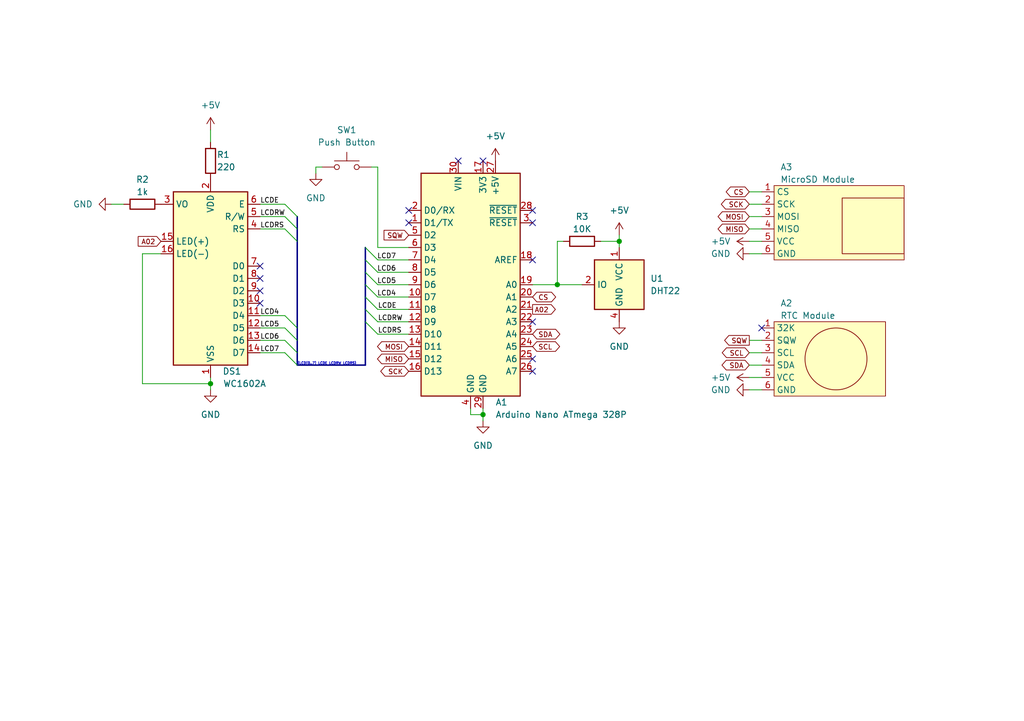
<source format=kicad_sch>
(kicad_sch (version 20230121) (generator eeschema)
  (paper "A5")
  (title_block (title "Arduino datalogger") (date "2023-10-20") (rev "0.1") (company "Lab. Biología de los Artrópodos - FaCENA - UNNE"))
  (lib_symbols
    (symbol "Custom_Modules:MicroSD_Module"
      (property "Reference" "A" (at 3.81 2.54 0))
      (property "Value" "MicroSD Module" (at 21.59 2.54 0))
      (symbol "MicroSD_Module_0_0"
        (pin bidirectional line (at 0 0 0) (length 2.54) (name "CS") (number "1"))
        (pin bidirectional line (at 0 -2.54 0) (length 2.54) (name "SCK") (number "2"))
        (pin bidirectional line (at 0 -5.08 0) (length 2.54) (name "MOSI") (number "3"))
        (pin bidirectional line (at 0 -7.62 0) (length 2.54) (name "MISO") (number "4"))
        (pin power_in line (at 0 -10.16 0) (length 2.54) (name "VCC") (number "5"))
        (pin power_in line (at 0 -12.7 0) (length 2.54) (name "GND") (number "6"))
      )
      (symbol "MicroSD_Module_0_1"
        (rectangle (start 16.51 -1.27) (end 29.21 -12.7))
      )
      (symbol "MicroSD_Module_1_1"
        (rectangle (start 2.54 1.27) (end 29.21 -13.97) (fill (type background)))
      )
    )
    (symbol "Custom_Modules:RTCDS3231"
      (property "Reference" "A" (at 3.81 2.54 0))
      (property "Value" "RTC Module" (at 19.05 2.54 0))
      (symbol "RTCDS3231_0_0"
        (pin output line (at 0 0 0) (length 2.54) (name "32K") (number "1"))
        (pin output line (at 0 -2.54 0) (length 2.54) (name "SQW") (number "2"))
        (pin bidirectional line (at 0 -5.08 0) (length 2.54) (name "SCL") (number "3"))
        (pin bidirectional line (at 0 -7.62 0) (length 2.54) (name "SDA") (number "4"))
        (pin power_in line (at 0 -10.16 0) (length 2.54) (name "VCC") (number "5"))
        (pin power_in line (at 0 -12.7 0) (length 2.54) (name "GND") (number "6"))
      )
      (symbol "RTCDS3231_0_1"
        (circle (center 15.24 -6.35) (radius 6.35))
      )
      (symbol "RTCDS3231_1_1"
        (rectangle (start 2.54 1.27) (end 25.4 -13.97) (fill (type background)))
      )
    )
    (symbol "Device:R" (pin_numbers hide) (pin_names (offset 0))
      (property "Reference" "R" (at 2.032 0 90))
      (property "Value" "R" (at 0 0 90))
      (symbol "R_0_1"
        (rectangle (start -1.016 -2.54) (end 1.016 2.54) (stroke (width 0.254)))
      )
      (symbol "R_1_1"
        (pin passive line (at 0 3.81 270) (length 1.27) (name "~") (number "1"))
        (pin passive line (at 0 -3.81 90) (length 1.27) (name "~") (number "2"))
      )
    )
    (symbol "Display_Character:WC1602A"
      (property "Reference" "DS" (at -5.842 19.05 0))
      (property "Value" "WC1602A" (at 5.334 19.05 0))
      (symbol "WC1602A_1_1"
        (rectangle (start -7.62 17.78) (end 7.62 -17.78) (stroke (width 0.254)) (fill (type background)))
        (pin power_in line (at 0 -20.32 90) (length 2.54) (name "VSS") (number "1"))
        (pin input line (at -10.16 -5.08 0) (length 2.54) (name "D3") (number "10"))
        (pin input line (at -10.16 -7.62 0) (length 2.54) (name "D4") (number "11"))
        (pin input line (at -10.16 -10.16 0) (length 2.54) (name "D5") (number "12"))
        (pin input line (at -10.16 -12.7 0) (length 2.54) (name "D6") (number "13"))
        (pin input line (at -10.16 -15.24 0) (length 2.54) (name "D7") (number "14"))
        (pin power_in line (at 10.16 7.62 180) (length 2.54) (name "LED(+)") (number "15"))
        (pin power_in line (at 10.16 5.08 180) (length 2.54) (name "LED(-)") (number "16"))
        (pin power_in line (at 0 20.32 270) (length 2.54) (name "VDD") (number "2"))
        (pin input line (at 10.16 15.24 180) (length 2.54) (name "VO") (number "3"))
        (pin input line (at -10.16 10.16 0) (length 2.54) (name "RS") (number "4"))
        (pin input line (at -10.16 12.7 0) (length 2.54) (name "R/W") (number "5"))
        (pin input line (at -10.16 15.24 0) (length 2.54) (name "E") (number "6"))
        (pin input line (at -10.16 2.54 0) (length 2.54) (name "D0") (number "7"))
        (pin input line (at -10.16 0 0) (length 2.54) (name "D1") (number "8"))
        (pin input line (at -10.16 -2.54 0) (length 2.54) (name "D2") (number "9"))
      )
    )
    (symbol "MCU_Module:Arduino_Nano_v3.x"
      (property "Reference" "A" (at -10.16 23.495 0))
      (property "Value" "Arduino_Nano_v3.x" (at 5.08 -24.13 0))
      (symbol "Arduino_Nano_v3.x_0_1"
        (rectangle (start -10.16 22.86) (end 10.16 -22.86) (stroke (width 0.254)) (fill (type background)))
      )
      (symbol "Arduino_Nano_v3.x_1_1"
        (pin bidirectional line (at -12.7 12.7 0) (length 2.54) (name "D1/TX") (number "1"))
        (pin bidirectional line (at -12.7 -2.54 0) (length 2.54) (name "D7") (number "10"))
        (pin bidirectional line (at -12.7 -5.08 0) (length 2.54) (name "D8") (number "11"))
        (pin bidirectional line (at -12.7 -7.62 0) (length 2.54) (name "D9") (number "12"))
        (pin bidirectional line (at -12.7 -10.16 0) (length 2.54) (name "D10") (number "13"))
        (pin bidirectional line (at -12.7 -12.7 0) (length 2.54) (name "D11") (number "14"))
        (pin bidirectional line (at -12.7 -15.24 0) (length 2.54) (name "D12") (number "15"))
        (pin bidirectional line (at -12.7 -17.78 0) (length 2.54) (name "D13") (number "16"))
        (pin power_out line (at 2.54 25.4 270) (length 2.54) (name "3V3") (number "17"))
        (pin input line (at 12.7 5.08 180) (length 2.54) (name "AREF") (number "18"))
        (pin bidirectional line (at 12.7 0 180) (length 2.54) (name "A0") (number "19"))
        (pin bidirectional line (at -12.7 15.24 0) (length 2.54) (name "D0/RX") (number "2"))
        (pin bidirectional line (at 12.7 -2.54 180) (length 2.54) (name "A1") (number "20"))
        (pin bidirectional line (at 12.7 -5.08 180) (length 2.54) (name "A2") (number "21"))
        (pin bidirectional line (at 12.7 -7.62 180) (length 2.54) (name "A3") (number "22"))
        (pin bidirectional line (at 12.7 -10.16 180) (length 2.54) (name "A4") (number "23"))
        (pin bidirectional line (at 12.7 -12.7 180) (length 2.54) (name "A5") (number "24"))
        (pin bidirectional line (at 12.7 -15.24 180) (length 2.54) (name "A6") (number "25"))
        (pin bidirectional line (at 12.7 -17.78 180) (length 2.54) (name "A7") (number "26"))
        (pin power_out line (at 5.08 25.4 270) (length 2.54) (name "+5V") (number "27"))
        (pin input line (at 12.7 15.24 180) (length 2.54) (name "~{RESET}") (number "28"))
        (pin power_in line (at 2.54 -25.4 90) (length 2.54) (name "GND") (number "29"))
        (pin input line (at 12.7 12.7 180) (length 2.54) (name "~{RESET}") (number "3"))
        (pin power_in line (at -2.54 25.4 270) (length 2.54) (name "VIN") (number "30"))
        (pin power_in line (at 0 -25.4 90) (length 2.54) (name "GND") (number "4"))
        (pin bidirectional line (at -12.7 10.16 0) (length 2.54) (name "D2") (number "5"))
        (pin bidirectional line (at -12.7 7.62 0) (length 2.54) (name "D3") (number "6"))
        (pin bidirectional line (at -12.7 5.08 0) (length 2.54) (name "D4") (number "7"))
        (pin bidirectional line (at -12.7 2.54 0) (length 2.54) (name "D5") (number "8"))
        (pin bidirectional line (at -12.7 0 0) (length 2.54) (name "D6") (number "9"))
      )
    )
    (symbol "Sensor:DHT11"
      (property "Reference" "U" (at -3.81 6.35 0))
      (property "Value" "DHT11" (at 3.81 6.35 0))
      (symbol "DHT11_0_1"
        (rectangle (start -5.08 5.08) (end 5.08 -5.08) (stroke (width 0.254)) (fill (type background)))
      )
      (symbol "DHT11_1_1"
        (pin power_in line (at 0 7.62 270) (length 2.54) (name "VCC") (number "1"))
        (pin bidirectional line (at 7.62 0 180) (length 2.54) (name "IO") (number "2"))
        (pin no_connect line (at -5.08 0 0) (length 2.54) hide (name "NC") (number "3"))
        (pin power_in line (at 0 -7.62 90) (length 2.54) (name "GND") (number "4"))
      )
    )
    (symbol "Switch:SW_Push" (pin_numbers hide) (pin_names (offset 1.016) hide)
      (property "Reference" "SW" (at 1.27 2.54 0))
      (property "Value" "SW_Push" (at 0 -1.524 0))
      (symbol "SW_Push_0_1"
        (circle (center -2.032 0) (radius 0.508))
        (polyline (pts (xy 0 1.27) (xy 0 3.048)))
        (polyline (pts (xy 2.54 1.27) (xy -2.54 1.27)))
        (circle (center 2.032 0) (radius 0.508))
        (pin passive line (at -5.08 0 0) (length 2.54) (name "1") (number "1"))
        (pin passive line (at 5.08 0 180) (length 2.54) (name "2") (number "2"))
      )
    )
    (symbol "power:+5V" (power) (pin_names (offset 0))
      (property "Value" "+5V" (at 0 3.556 0))
      (symbol "+5V_0_1"
        (polyline (pts (xy -0.762 1.27) (xy 0 2.54)))
        (polyline (pts (xy 0 0) (xy 0 2.54)))
        (polyline (pts (xy 0 2.54) (xy 0.762 1.27)))
      )
      (symbol "+5V_1_1"
        (pin power_in line (at 0 0 90) (length 0) hide (name "+5V") (number "1"))
      )
    )
    (symbol "power:GND" (power) (pin_names (offset 0))
      (property "Value" "GND" (at 0 -3.81 0))
      (symbol "GND_0_1"
        (polyline (pts (xy 0 0) (xy 0 -1.27) (xy 1.27 -1.27) (xy 0 -2.54) (xy -1.27 -1.27) (xy 0 -1.27)))
      )
      (symbol "GND_1_1"
        (pin power_in line (at 0 0 270) (length 0) hide (name "GND") (number "1"))
      )
    )
  )
  (junction (at 43.18 78.74))
  (junction (at 114.3 58.42))
  (junction (at 99.06 85.09))
  (junction (at 127 49.53))
  (no_connect (at 53.34 57.15))
  (no_connect (at 109.22 53.34))
  (no_connect (at 83.82 45.72))
  (no_connect (at 53.34 62.23))
  (no_connect (at 109.22 45.72))
  (no_connect (at 53.34 59.69))
  (no_connect (at 109.22 43.18))
  (no_connect (at 109.22 76.2))
  (no_connect (at 156.21 67.31))
  (no_connect (at 109.22 73.66))
  (no_connect (at 53.34 54.61))
  (no_connect (at 83.82 43.18))
  (no_connect (at 93.98 33.02))
  (no_connect (at 109.22 66.04))
  (no_connect (at 99.06 33.02))
  (bus_entry (at 58.42 67.31) (size 2.54 2.54))
  (bus_entry (at 77.47 60.96) (size -2.54 -2.54))
  (bus_entry (at 58.42 69.85) (size 2.54 2.54))
  (bus_entry (at 58.42 46.99) (size 2.54 2.54))
  (bus_entry (at 77.47 53.34) (size -2.54 -2.54))
  (bus_entry (at 58.42 41.91) (size 2.54 2.54))
  (bus_entry (at 77.47 58.42) (size -2.54 -2.54))
  (bus_entry (at 58.42 64.77) (size 2.54 2.54))
  (bus_entry (at 77.47 55.88) (size -2.54 -2.54))
  (bus_entry (at 58.42 72.39) (size 2.54 2.54))
  (bus_entry (at 77.47 68.58) (size -2.54 -2.54))
  (bus_entry (at 77.47 66.04) (size -2.54 -2.54))
  (bus_entry (at 58.42 44.45) (size 2.54 2.54))
  (bus_entry (at 77.47 63.5) (size -2.54 -2.54))
  (wire (pts (xy 53.34 44.45) (xy 58.42 44.45)))
  (wire (pts (xy 153.67 44.45) (xy 156.21 44.45)))
  (wire (pts (xy 153.67 72.39) (xy 156.21 72.39)))
  (bus (pts (xy 74.93 50.8) (xy 74.93 53.34)))
  (bus (pts (xy 60.96 46.99) (xy 60.96 49.53)))
  (wire (pts (xy 77.47 34.29) (xy 77.47 50.8)))
  (wire (pts (xy 153.67 39.37) (xy 156.21 39.37)))
  (bus (pts (xy 60.96 69.85) (xy 60.96 72.39)))
  (wire (pts (xy 64.77 34.29) (xy 66.04 34.29)))
  (bus (pts (xy 60.96 74.93) (xy 74.93 74.93)))
  (bus (pts (xy 74.93 60.96) (xy 74.93 63.5)))
  (wire (pts (xy 77.47 66.04) (xy 83.82 66.04)))
  (wire (pts (xy 127 49.53) (xy 127 50.8)))
  (wire (pts (xy 53.34 46.99) (xy 58.42 46.99)))
  (wire (pts (xy 153.67 49.53) (xy 156.21 49.53)))
  (wire (pts (xy 77.47 50.8) (xy 83.82 50.8)))
  (wire (pts (xy 22.86 41.91) (xy 25.4 41.91)))
  (wire (pts (xy 77.47 63.5) (xy 83.82 63.5)))
  (bus (pts (xy 74.93 53.34) (xy 74.93 55.88)))
  (bus (pts (xy 74.93 58.42) (xy 74.93 60.96)))
  (wire (pts (xy 77.47 58.42) (xy 83.82 58.42)))
  (wire (pts (xy 53.34 72.39) (xy 58.42 72.39)))
  (wire (pts (xy 114.3 58.42) (xy 119.38 58.42)))
  (wire (pts (xy 77.47 53.34) (xy 83.82 53.34)))
  (wire (pts (xy 114.3 49.53) (xy 115.57 49.53)))
  (wire (pts (xy 77.47 60.96) (xy 83.82 60.96)))
  (wire (pts (xy 153.67 52.07) (xy 156.21 52.07)))
  (bus (pts (xy 60.96 44.45) (xy 60.96 46.99)))
  (wire (pts (xy 53.34 41.91) (xy 58.42 41.91)))
  (wire (pts (xy 43.18 80.01) (xy 43.18 78.74)))
  (wire (pts (xy 153.67 41.91) (xy 156.21 41.91)))
  (wire (pts (xy 77.47 68.58) (xy 83.82 68.58)))
  (wire (pts (xy 123.19 49.53) (xy 127 49.53)))
  (wire (pts (xy 153.67 74.93) (xy 156.21 74.93)))
  (bus (pts (xy 60.96 49.53) (xy 60.96 67.31)))
  (bus (pts (xy 74.93 63.5) (xy 74.93 66.04)))
  (wire (pts (xy 53.34 67.31) (xy 58.42 67.31)))
  (wire (pts (xy 33.02 52.07) (xy 29.21 52.07)))
  (wire (pts (xy 43.18 78.74) (xy 43.18 77.47)))
  (wire (pts (xy 29.21 52.07) (xy 29.21 78.74)))
  (wire (pts (xy 127 48.26) (xy 127 49.53)))
  (wire (pts (xy 53.34 64.77) (xy 58.42 64.77)))
  (wire (pts (xy 99.06 86.36) (xy 99.06 85.09)))
  (wire (pts (xy 96.52 83.82) (xy 96.52 85.09)))
  (wire (pts (xy 29.21 78.74) (xy 43.18 78.74)))
  (wire (pts (xy 153.67 69.85) (xy 156.21 69.85)))
  (bus (pts (xy 60.96 67.31) (xy 60.96 69.85)))
  (wire (pts (xy 153.67 77.47) (xy 156.21 77.47)))
  (wire (pts (xy 109.22 58.42) (xy 114.3 58.42)))
  (wire (pts (xy 77.47 55.88) (xy 83.82 55.88)))
  (wire (pts (xy 53.34 69.85) (xy 58.42 69.85)))
  (bus (pts (xy 60.96 72.39) (xy 60.96 74.93)))
  (wire (pts (xy 43.18 26.67) (xy 43.18 29.21)))
  (wire (pts (xy 153.67 80.01) (xy 156.21 80.01)))
  (wire (pts (xy 77.47 34.29) (xy 76.2 34.29)))
  (wire (pts (xy 64.77 35.56) (xy 64.77 34.29)))
  (wire (pts (xy 114.3 49.53) (xy 114.3 58.42)))
  (bus (pts (xy 74.93 66.04) (xy 74.93 74.93)))
  (wire (pts (xy 96.52 85.09) (xy 99.06 85.09)))
  (wire (pts (xy 153.67 46.99) (xy 156.21 46.99)))
  (bus (pts (xy 74.93 55.88) (xy 74.93 58.42)))
  (wire (pts (xy 99.06 85.09) (xy 99.06 83.82)))
  (label "LCD5" (at 53.34 67.31 0) (effects (font (size 1 1))))
  (label "LCD6" (at 53.34 69.85 0) (effects (font (size 1 1))))
  (label "LCDRS" (at 53.34 46.99 0) (effects (font (size 1 1))))
  (label "LCD7" (at 81.28 53.34 180) (effects (font (size 1 1))))
  (label "LCD4" (at 53.34 64.77 0) (effects (font (size 1 1))))
  (label "LCDE" (at 77.47 63.5 0) (effects (font (size 1 1))))
  (label "LCD7" (at 53.34 72.39 0) (effects (font (size 1 1))))
  (label "{LCD[0..7] LCDE LCDRW LCDRS}" (at 60.96 74.93 0) (effects (font (size 0.5 0.5))))
  (label "LCDE" (at 53.34 41.91 0) (effects (font (size 1 1))))
  (label "LCDRW" (at 53.34 44.45 0) (effects (font (size 1 1))))
  (label "LCD6" (at 81.28 55.88 180) (effects (font (size 1 1))))
  (label "LCDRS" (at 77.47 68.58 0) (effects (font (size 1 1))))
  (label "LCD5" (at 81.28 58.42 180) (effects (font (size 1 1))))
  (label "LCDRW" (at 77.47 66.04 0) (effects (font (size 1 1))))
  (label "LCD4" (at 81.28 60.96 180) (effects (font (size 1 1))))
  (global_label "SCL" (shape bidirectional) (at 109.22 71.12 0) (effects (font (size 1 1))) (property "Intersheetrefs" "${INTERSHEET_REFS}" (effects hide)))
  (global_label "SQW" (shape input) (at 83.82 48.26 180) (effects (font (size 1 1))) (property "Intersheetrefs" "${INTERSHEET_REFS}" (effects hide)))
  (global_label "CS" (shape bidirectional) (at 153.67 39.37 180) (effects (font (size 1 1))) (property "Intersheetrefs" "${INTERSHEET_REFS}" (effects hide)))
  (global_label "MOSI" (shape bidirectional) (at 83.82 71.12 180) (effects (font (size 1 1))) (property "Intersheetrefs" "${INTERSHEET_REFS}" (effects hide)))
  (global_label "MISO" (shape bidirectional) (at 153.67 46.99 180) (effects (font (size 1 1))) (property "Intersheetrefs" "${INTERSHEET_REFS}" (effects hide)))
  (global_label "SCL" (shape bidirectional) (at 153.67 72.39 180) (effects (font (size 1 1))) (property "Intersheetrefs" "${INTERSHEET_REFS}" (effects hide)))
  (global_label "A02" (shape input) (at 33.02 49.53 180) (effects (font (size 1 1))) (property "Intersheetrefs" "${INTERSHEET_REFS}" (effects hide)) (property "Netclass" "PWR_FLAG" (effects hide)))
  (global_label "SCK" (shape bidirectional) (at 153.67 41.91 180) (effects (font (size 1 1))) (property "Intersheetrefs" "${INTERSHEET_REFS}" (effects hide)))
  (global_label "SCK" (shape bidirectional) (at 83.82 76.2 180) (effects (font (size 1 1))) (property "Intersheetrefs" "${INTERSHEET_REFS}" (effects hide)))
  (global_label "MOSI" (shape bidirectional) (at 153.67 44.45 180) (effects (font (size 1 1))) (property "Intersheetrefs" "${INTERSHEET_REFS}" (effects hide)))
  (global_label "SQW" (shape output) (at 153.67 69.85 180) (effects (font (size 1 1))) (property "Intersheetrefs" "${INTERSHEET_REFS}" (effects hide)))
  (global_label "CS" (shape bidirectional) (at 109.22 60.96 0) (effects (font (size 1 1))) (property "Intersheetrefs" "${INTERSHEET_REFS}" (effects hide)))
  (global_label "A02" (shape output) (at 109.22 63.5 0) (effects (font (size 1 1))) (property "Intersheetrefs" "${INTERSHEET_REFS}" (effects hide)))
  (global_label "SDA" (shape bidirectional) (at 153.67 74.93 180) (effects (font (size 1 1))) (property "Intersheetrefs" "${INTERSHEET_REFS}" (effects hide)))
  (global_label "SDA" (shape bidirectional) (at 109.22 68.58 0) (effects (font (size 1 1))) (property "Intersheetrefs" "${INTERSHEET_REFS}" (effects hide)))
  (global_label "MISO" (shape bidirectional) (at 83.82 73.66 180) (effects (font (size 1 1))) (property "Intersheetrefs" "${INTERSHEET_REFS}" (effects hide)))
  (symbol (lib_id "power:GND") (at 64.77 35.56 0) (unit 1)
    (property "Reference" "#PWR05" (effects hide))
    (property "Value" "GND" (at 64.77 40.64 0))
  )
  (symbol (lib_id "MCU_Module:Arduino_Nano_v3.x") (at 96.52 58.42 0) (unit 1)
    (property "Reference" "A1" (at 101.6 82.55 0) (effects (justify left)))
    (property "Value" "Arduino Nano ATmega 328P" (at 101.6 85.09 0) (effects (justify left)))
    (property "Footprint" "Module:Arduino_Nano" (effects hide))
    (property "Datasheet" "http://www.mouser.com/pdfdocs/Gravitech_Arduino_Nano3_0.pdf" (effects hide))
  )
  (symbol (lib_id "power:GND") (at 22.86 41.91 270) (unit 1)
    (property "Reference" "#PWR012" (effects hide))
    (property "Value" "GND" (at 19.05 41.91 90) (effects (justify right)))
  )
  (symbol (lib_id "Device:R") (at 29.21 41.91 90) (unit 1)
    (property "Reference" "R2" (at 29.21 36.83 90))
    (property "Value" "1k" (at 29.21 39.37 90))
    (property "Footprint" "Resistor_THT:R_Axial_DIN0207_L6.3mm_D2.5mm_P7.62mm_Horizontal" (effects hide))
  )
  (symbol (lib_id "power:+5V") (at 153.67 77.47 90) (unit 1)
    (property "Reference" "#PWR010" (effects hide))
    (property "Value" "+5V" (at 149.86 77.47 90) (effects (justify left)))
  )
  (symbol (lib_id "power:GND") (at 99.06 86.36 0) (unit 1)
    (property "Reference" "#PWR02" (effects hide))
    (property "Value" "GND" (at 99.06 91.44 0))
  )
  (symbol (lib_id "power:GND") (at 153.67 80.01 270) (unit 1)
    (property "Reference" "#PWR011" (effects hide))
    (property "Value" "GND" (at 149.86 80.01 90) (effects (justify right)))
  )
  (symbol (lib_id "power:+5V") (at 101.6 33.02 0) (unit 1)
    (property "Reference" "#PWR01" (effects hide))
    (property "Value" "+5V" (at 101.6 27.94 0))
  )
  (symbol (lib_id "Device:R") (at 43.18 33.02 0) (unit 1)
    (property "Reference" "R1" (at 44.45 31.75 0) (effects (justify left)))
    (property "Value" "220" (at 44.45 34.29 0) (effects (justify left)))
    (property "Footprint" "Resistor_THT:R_Axial_DIN0207_L6.3mm_D2.5mm_P7.62mm_Horizontal" (effects hide))
  )
  (symbol (lib_id "power:GND") (at 127 66.04 0) (mirror y) (unit 1)
    (property "Reference" "#PWR07" (effects hide))
    (property "Value" "GND" (at 127 71.12 0))
  )
  (symbol (lib_id "Sensor:DHT11") (at 127 58.42 0) (mirror y) (unit 1) (on_board no)
    (property "Reference" "U1" (at 133.35 57.15 0) (effects (justify right)))
    (property "Value" "DHT22" (at 133.35 59.69 0) (effects (justify right)))
    (property "Footprint" "Sensor:Aosong_DHT11_5.5x12.0_P2.54mm" (effects hide))
    (property "Datasheet" "http://akizukidenshi.com/download/ds/aosong/DHT11.pdf" (effects hide))
  )
  (symbol (lib_id "power:+5V") (at 43.18 26.67 0) (unit 1)
    (property "Reference" "#PWR04" (effects hide))
    (property "Value" "+5V" (at 43.18 21.59 0))
  )
  (symbol (lib_id "Custom_Modules:RTCDS3231") (at 156.21 67.31 0) (unit 1)
    (property "Reference" "A2" (at 160.02 62.23 0) (effects (justify left)))
    (property "Value" "RTC Module" (at 160.02 64.77 0) (effects (justify left)))
  )
  (symbol (lib_id "power:GND") (at 153.67 52.07 270) (mirror x) (unit 1)
    (property "Reference" "#PWR08" (effects hide))
    (property "Value" "GND" (at 149.86 52.07 90) (effects (justify right)))
  )
  (symbol (lib_id "Device:R") (at 119.38 49.53 270) (mirror x) (unit 1)
    (property "Reference" "R3" (at 119.38 44.45 90))
    (property "Value" "10K" (at 119.38 46.99 90))
    (property "Footprint" "Resistor_THT:R_Axial_DIN0207_L6.3mm_D2.5mm_P7.62mm_Horizontal" (effects hide))
  )
  (symbol (lib_id "power:GND") (at 43.18 80.01 0) (unit 1)
    (property "Reference" "#PWR03" (effects hide))
    (property "Value" "GND" (at 43.18 85.09 0))
  )
  (symbol (lib_id "Custom_Modules:MicroSD_Module") (at 156.21 39.37 0) (unit 1)
    (property "Reference" "A3" (at 160.02 34.29 0) (effects (justify left)))
    (property "Value" "MicroSD Module" (at 160.02 36.83 0) (effects (justify left)))
  )
  (symbol (lib_id "Switch:SW_Push") (at 71.12 34.29 0) (unit 1)
    (property "Reference" "SW1" (at 71.12 26.67 0))
    (property "Value" "Push Button" (at 71.12 29.21 0))
    (property "Footprint" "Button_Switch_THT:SW_PUSH-12mm" (effects hide))
  )
  (symbol (lib_id "Display_Character:WC1602A") (at 43.18 57.15 0) (mirror y) (unit 1)
    (property "Reference" "DS1" (at 49.53 76.2 0) (effects (justify left)))
    (property "Value" "WC1602A" (at 54.61 78.74 0) (effects (justify left)))
    (property "Footprint" "Display:WC1602A" (effects hide))
    (property "Datasheet" "http://www.wincomlcd.com/pdf/WC1602A-SFYLYHTC06.pdf" (effects hide))
  )
  (symbol (lib_id "power:+5V") (at 153.67 49.53 90) (mirror x) (unit 1)
    (property "Reference" "#PWR09" (effects hide))
    (property "Value" "+5V" (at 149.86 49.53 90) (effects (justify left)))
  )
  (symbol (lib_id "power:+5V") (at 127 48.26 0) (mirror y) (unit 1)
    (property "Reference" "#PWR06" (effects hide))
    (property "Value" "+5V" (at 127 43.18 0))
  )
)
</source>
